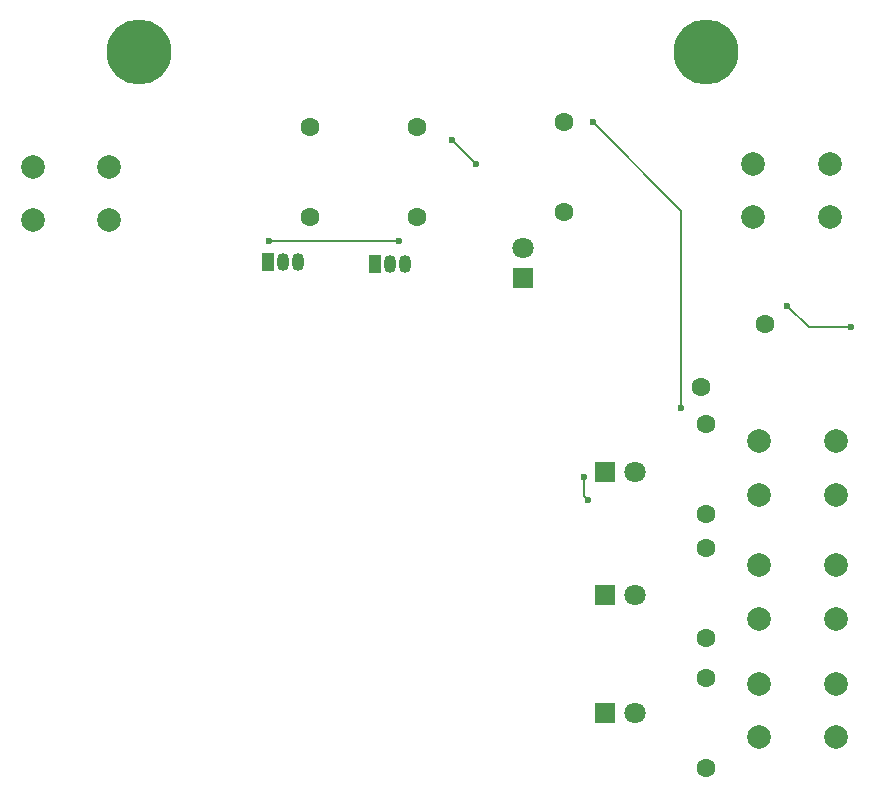
<source format=gbl>
G04 #@! TF.GenerationSoftware,KiCad,Pcbnew,9.0.2*
G04 #@! TF.CreationDate,2025-07-01T21:22:42-07:00*
G04 #@! TF.ProjectId,idkwhatimdoing,69646b77-6861-4746-996d-646f696e672e,rev?*
G04 #@! TF.SameCoordinates,Original*
G04 #@! TF.FileFunction,Copper,L2,Bot*
G04 #@! TF.FilePolarity,Positive*
%FSLAX46Y46*%
G04 Gerber Fmt 4.6, Leading zero omitted, Abs format (unit mm)*
G04 Created by KiCad (PCBNEW 9.0.2) date 2025-07-01 21:22:42*
%MOMM*%
%LPD*%
G01*
G04 APERTURE LIST*
G04 #@! TA.AperFunction,ComponentPad*
%ADD10C,1.600000*%
G04 #@! TD*
G04 #@! TA.AperFunction,ComponentPad*
%ADD11C,2.000000*%
G04 #@! TD*
G04 #@! TA.AperFunction,ComponentPad*
%ADD12R,1.800000X1.800000*%
G04 #@! TD*
G04 #@! TA.AperFunction,ComponentPad*
%ADD13C,1.800000*%
G04 #@! TD*
G04 #@! TA.AperFunction,ComponentPad*
%ADD14R,1.050000X1.500000*%
G04 #@! TD*
G04 #@! TA.AperFunction,ComponentPad*
%ADD15O,1.050000X1.500000*%
G04 #@! TD*
G04 #@! TA.AperFunction,ViaPad*
%ADD16C,0.600000*%
G04 #@! TD*
G04 #@! TA.AperFunction,ViaPad*
%ADD17C,5.500000*%
G04 #@! TD*
G04 #@! TA.AperFunction,Conductor*
%ADD18C,0.200000*%
G04 #@! TD*
G04 APERTURE END LIST*
D10*
G04 #@! TO.P,R_AND2,2*
G04 #@! TO.N,Net-(BT1--)*
X122000000Y-115050000D03*
G04 #@! TO.P,R_AND2,1*
G04 #@! TO.N,Net-(R_AND1-Pad2)*
X116611846Y-120438154D03*
G04 #@! TD*
D11*
G04 #@! TO.P,SW_B1,2,2*
G04 #@! TO.N,Net-(R_B1-Pad1)*
X127500000Y-106000000D03*
X121000000Y-106000000D03*
G04 #@! TO.P,SW_B1,1,1*
G04 #@! TO.N,Net-(BT1-+)*
X127500000Y-101500000D03*
X121000000Y-101500000D03*
G04 #@! TD*
G04 #@! TO.P,SW1,1,1*
G04 #@! TO.N,Net-(BT1--)*
X121500000Y-125000000D03*
X128000000Y-125000000D03*
G04 #@! TO.P,SW1,2,2*
G04 #@! TO.N,Net-(D1-K)*
X121500000Y-129500000D03*
X128000000Y-129500000D03*
G04 #@! TD*
D10*
G04 #@! TO.P,R3,1*
G04 #@! TO.N,Net-(D3-A)*
X117000000Y-152620000D03*
G04 #@! TO.P,R3,2*
G04 #@! TO.N,Net-(BT1-+)*
X117000000Y-145000000D03*
G04 #@! TD*
D11*
G04 #@! TO.P,SW2,1,1*
G04 #@! TO.N,Net-(BT1--)*
X121500000Y-135500000D03*
X128000000Y-135500000D03*
G04 #@! TO.P,SW2,2,2*
G04 #@! TO.N,Net-(D2-K)*
X121500000Y-140000000D03*
X128000000Y-140000000D03*
G04 #@! TD*
D12*
G04 #@! TO.P,D1,1,K*
G04 #@! TO.N,Net-(D1-K)*
X108460000Y-127560000D03*
D13*
G04 #@! TO.P,D1,2,A*
G04 #@! TO.N,Net-(D1-A)*
X111000000Y-127560000D03*
G04 #@! TD*
D14*
G04 #@! TO.P,Q2,1,E*
G04 #@! TO.N,Net-(D_AND1-A)*
X88960000Y-110000000D03*
D15*
G04 #@! TO.P,Q2,2,B*
G04 #@! TO.N,Net-(Q2-B)*
X90230000Y-110000000D03*
G04 #@! TO.P,Q2,3,C*
G04 #@! TO.N,Net-(Q1-E)*
X91500000Y-110000000D03*
G04 #@! TD*
D11*
G04 #@! TO.P,SW3,1,1*
G04 #@! TO.N,Net-(BT1--)*
X121500000Y-145500000D03*
X128000000Y-145500000D03*
G04 #@! TO.P,SW3,2,2*
G04 #@! TO.N,Net-(D3-K)*
X121500000Y-150000000D03*
X128000000Y-150000000D03*
G04 #@! TD*
D14*
G04 #@! TO.P,Q1,1,E*
G04 #@! TO.N,Net-(Q1-E)*
X79960000Y-109810000D03*
D15*
G04 #@! TO.P,Q1,2,B*
G04 #@! TO.N,Net-(Q1-B)*
X81230000Y-109810000D03*
G04 #@! TO.P,Q1,3,C*
G04 #@! TO.N,Net-(BT1-+)*
X82500000Y-109810000D03*
G04 #@! TD*
D10*
G04 #@! TO.P,R_AND1,1*
G04 #@! TO.N,Net-(D_AND1-K)*
X105000000Y-105620000D03*
G04 #@! TO.P,R_AND1,2*
G04 #@! TO.N,Net-(R_AND1-Pad2)*
X105000000Y-98000000D03*
G04 #@! TD*
D12*
G04 #@! TO.P,D3,1,K*
G04 #@! TO.N,Net-(D3-K)*
X108460000Y-148000000D03*
D13*
G04 #@! TO.P,D3,2,A*
G04 #@! TO.N,Net-(D3-A)*
X111000000Y-148000000D03*
G04 #@! TD*
D10*
G04 #@! TO.P,R_B1,1*
G04 #@! TO.N,Net-(R_B1-Pad1)*
X92500000Y-106000000D03*
G04 #@! TO.P,R_B1,2*
G04 #@! TO.N,Net-(Q2-B)*
X92500000Y-98380000D03*
G04 #@! TD*
G04 #@! TO.P,R1,1*
G04 #@! TO.N,Net-(BT1-+)*
X117000000Y-123500000D03*
G04 #@! TO.P,R1,2*
G04 #@! TO.N,Net-(D1-A)*
X117000000Y-131120000D03*
G04 #@! TD*
D11*
G04 #@! TO.P,SW_A1,1,1*
G04 #@! TO.N,Net-(BT1-+)*
X60000000Y-101750000D03*
X66500000Y-101750000D03*
G04 #@! TO.P,SW_A1,2,2*
G04 #@! TO.N,Net-(R_A1-Pad1)*
X60000000Y-106250000D03*
X66500000Y-106250000D03*
G04 #@! TD*
D12*
G04 #@! TO.P,D2,1,K*
G04 #@! TO.N,Net-(D2-K)*
X108460000Y-138000000D03*
D13*
G04 #@! TO.P,D2,2,A*
G04 #@! TO.N,Net-(D2-A)*
X111000000Y-138000000D03*
G04 #@! TD*
D12*
G04 #@! TO.P,D_AND1,1,K*
G04 #@! TO.N,Net-(D_AND1-K)*
X101500000Y-111160000D03*
D13*
G04 #@! TO.P,D_AND1,2,A*
G04 #@! TO.N,Net-(D_AND1-A)*
X101500000Y-108620000D03*
G04 #@! TD*
D10*
G04 #@! TO.P,R_A1,1*
G04 #@! TO.N,Net-(R_A1-Pad1)*
X83500000Y-106000000D03*
G04 #@! TO.P,R_A1,2*
G04 #@! TO.N,Net-(Q1-B)*
X83500000Y-98380000D03*
G04 #@! TD*
G04 #@! TO.P,R2,1*
G04 #@! TO.N,Net-(D2-A)*
X117000000Y-141620000D03*
G04 #@! TO.P,R2,2*
G04 #@! TO.N,Net-(BT1-+)*
X117000000Y-134000000D03*
G04 #@! TD*
D16*
G04 #@! TO.N,Net-(R_AND1-Pad2)*
X107400000Y-98000000D03*
X114900000Y-122150000D03*
G04 #@! TO.N,Net-(BT1--)*
X123850000Y-113500000D03*
X129300000Y-115350000D03*
D17*
G04 #@! TO.N,*
X69000000Y-92000000D03*
X117000000Y-92000000D03*
D16*
G04 #@! TO.N,Net-(BT1-+)*
X97500000Y-101500000D03*
X95500000Y-99500000D03*
X107000000Y-130000000D03*
X106659000Y-128000000D03*
G04 #@! TO.N,Net-(Q1-E)*
X80000000Y-108000000D03*
X91000000Y-108000000D03*
G04 #@! TD*
D18*
G04 #@! TO.N,Net-(R_AND1-Pad2)*
X114900000Y-105500000D02*
X107400000Y-98000000D01*
X114900000Y-122150000D02*
X114900000Y-105500000D01*
G04 #@! TO.N,Net-(BT1--)*
X125700000Y-115350000D02*
X123850000Y-113500000D01*
X129300000Y-115350000D02*
X125700000Y-115350000D01*
G04 #@! TO.N,Net-(BT1-+)*
X106659000Y-128000000D02*
X106659000Y-129659000D01*
X106659000Y-129659000D02*
X107000000Y-130000000D01*
X97500000Y-101500000D02*
X95500000Y-99500000D01*
G04 #@! TO.N,Net-(Q1-E)*
X91000000Y-108000000D02*
X80000000Y-108000000D01*
G04 #@! TD*
M02*

</source>
